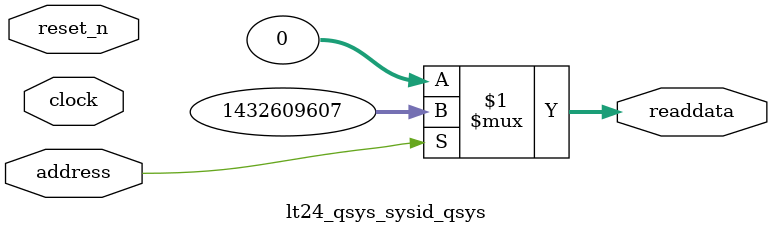
<source format=v>

`timescale 1ns / 1ps
// synthesis translate_on

// turn off superfluous verilog processor warnings 
// altera message_level Level1 
// altera message_off 10034 10035 10036 10037 10230 10240 10030 

module lt24_qsys_sysid_qsys (
               // inputs:
                address,
                clock,
                reset_n,

               // outputs:
                readdata
             )
;

  output  [ 31: 0] readdata;
  input            address;
  input            clock;
  input            reset_n;

  wire    [ 31: 0] readdata;
  //control_slave, which is an e_avalon_slave
  assign readdata = address ? 1432609607 : 0;

endmodule




</source>
